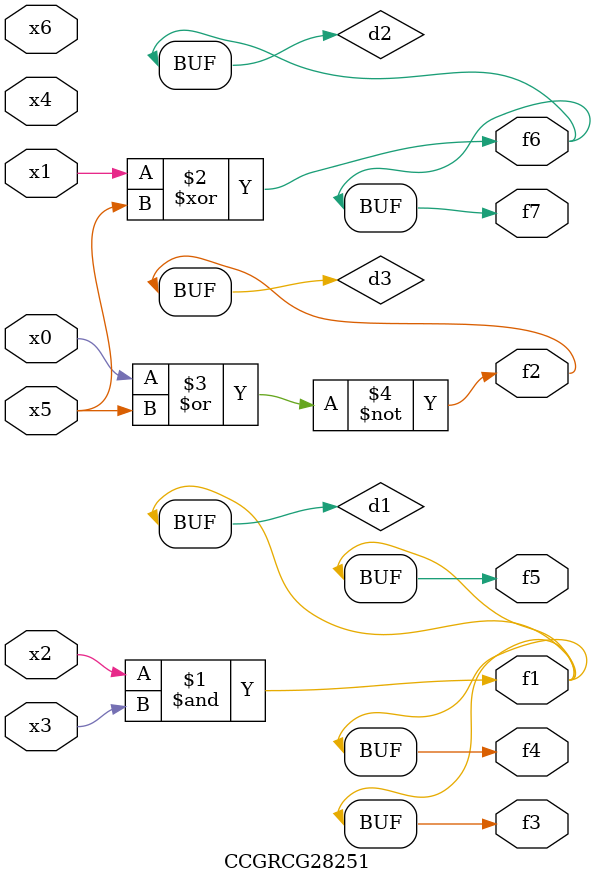
<source format=v>
module CCGRCG28251(
	input x0, x1, x2, x3, x4, x5, x6,
	output f1, f2, f3, f4, f5, f6, f7
);

	wire d1, d2, d3;

	and (d1, x2, x3);
	xor (d2, x1, x5);
	nor (d3, x0, x5);
	assign f1 = d1;
	assign f2 = d3;
	assign f3 = d1;
	assign f4 = d1;
	assign f5 = d1;
	assign f6 = d2;
	assign f7 = d2;
endmodule

</source>
